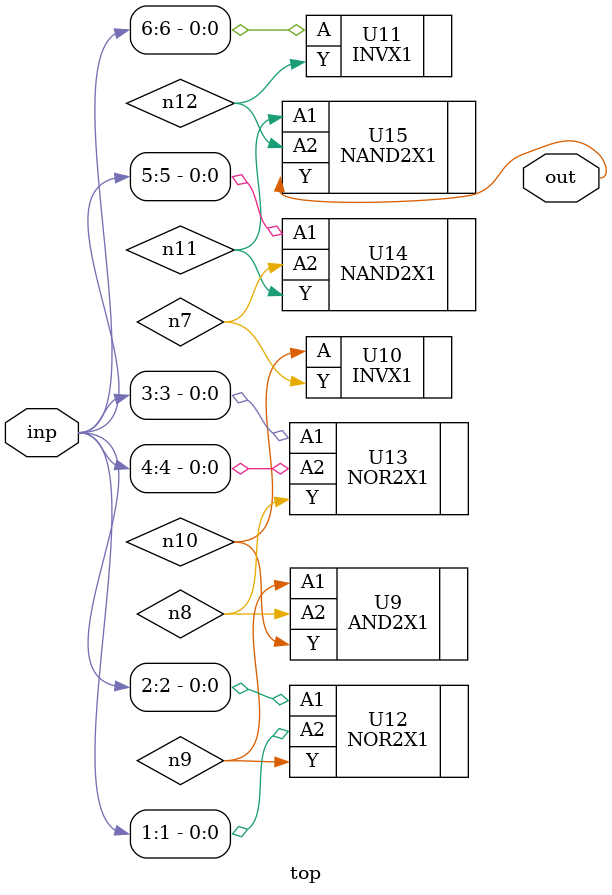
<source format=sv>


module top ( inp, out );
  input [6:0] inp;
  output out;
  wire   n7, n8, n9, n10, n11, n12;

  AND2X1 U9 ( .A1(n9), .A2(n8), .Y(n10) );
  INVX1 U10 ( .A(n10), .Y(n7) );
  INVX1 U11 ( .A(inp[6]), .Y(n12) );
  NOR2X1 U12 ( .A1(inp[2]), .A2(inp[1]), .Y(n9) );
  NOR2X1 U13 ( .A1(inp[3]), .A2(inp[4]), .Y(n8) );
  NAND2X1 U14 ( .A1(inp[5]), .A2(n7), .Y(n11) );
  NAND2X1 U15 ( .A1(n11), .A2(n12), .Y(out) );
endmodule


</source>
